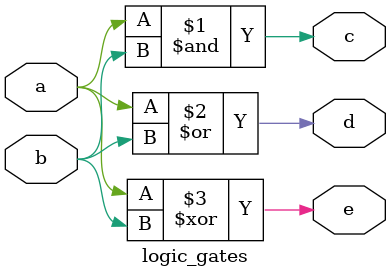
<source format=v>
module logic_gates(a,b,c,d,e);
input a,b;
output c,d,e;
and (c,a,b);
or(d,a,b);
xor(e,a,b);
//nand(x,a,b);
//nor(y,a,b;
//xnor(z,a,b);
endmodule
</source>
